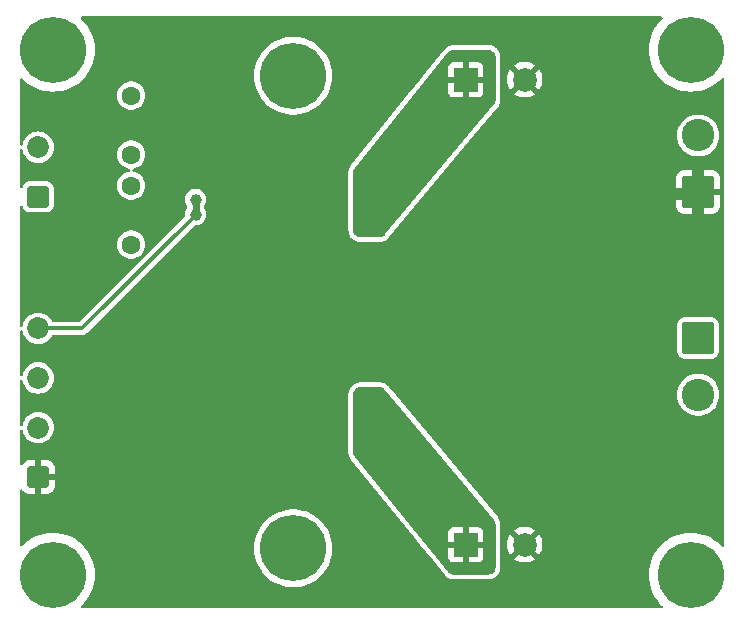
<source format=gbr>
%TF.GenerationSoftware,KiCad,Pcbnew,7.0.11+dfsg-1build4*%
%TF.CreationDate,2025-07-26T23:15:48+04:00*%
%TF.ProjectId,tpa3116_amplifier_board,74706133-3131-4365-9f61-6d706c696669,rev?*%
%TF.SameCoordinates,Original*%
%TF.FileFunction,Copper,L2,Bot*%
%TF.FilePolarity,Positive*%
%FSLAX46Y46*%
G04 Gerber Fmt 4.6, Leading zero omitted, Abs format (unit mm)*
G04 Created by KiCad (PCBNEW 7.0.11+dfsg-1build4) date 2025-07-26 23:15:48*
%MOMM*%
%LPD*%
G01*
G04 APERTURE LIST*
G04 Aperture macros list*
%AMRoundRect*
0 Rectangle with rounded corners*
0 $1 Rounding radius*
0 $2 $3 $4 $5 $6 $7 $8 $9 X,Y pos of 4 corners*
0 Add a 4 corners polygon primitive as box body*
4,1,4,$2,$3,$4,$5,$6,$7,$8,$9,$2,$3,0*
0 Add four circle primitives for the rounded corners*
1,1,$1+$1,$2,$3*
1,1,$1+$1,$4,$5*
1,1,$1+$1,$6,$7*
1,1,$1+$1,$8,$9*
0 Add four rect primitives between the rounded corners*
20,1,$1+$1,$2,$3,$4,$5,0*
20,1,$1+$1,$4,$5,$6,$7,0*
20,1,$1+$1,$6,$7,$8,$9,0*
20,1,$1+$1,$8,$9,$2,$3,0*%
G04 Aperture macros list end*
%TA.AperFunction,ComponentPad*%
%ADD10RoundRect,0.250000X0.675000X-0.675000X0.675000X0.675000X-0.675000X0.675000X-0.675000X-0.675000X0*%
%TD*%
%TA.AperFunction,ComponentPad*%
%ADD11C,1.850000*%
%TD*%
%TA.AperFunction,ComponentPad*%
%ADD12C,5.600000*%
%TD*%
%TA.AperFunction,ComponentPad*%
%ADD13C,1.600000*%
%TD*%
%TA.AperFunction,ComponentPad*%
%ADD14R,2.000000X2.000000*%
%TD*%
%TA.AperFunction,ComponentPad*%
%ADD15C,2.000000*%
%TD*%
%TA.AperFunction,ComponentPad*%
%ADD16RoundRect,0.269607X-1.105393X1.105393X-1.105393X-1.105393X1.105393X-1.105393X1.105393X1.105393X0*%
%TD*%
%TA.AperFunction,ComponentPad*%
%ADD17C,2.750000*%
%TD*%
%TA.AperFunction,ComponentPad*%
%ADD18RoundRect,0.269607X1.105393X-1.105393X1.105393X1.105393X-1.105393X1.105393X-1.105393X-1.105393X0*%
%TD*%
%TA.AperFunction,ViaPad*%
%ADD19C,0.800000*%
%TD*%
%TA.AperFunction,ViaPad*%
%ADD20C,1.000000*%
%TD*%
%TA.AperFunction,Conductor*%
%ADD21C,1.000000*%
%TD*%
%TA.AperFunction,Conductor*%
%ADD22C,0.600000*%
%TD*%
%TA.AperFunction,Conductor*%
%ADD23C,0.350000*%
%TD*%
G04 APERTURE END LIST*
D10*
%TO.P,J1,1,Pin_1*%
%TO.N,/R-*%
X102870000Y-110245000D03*
D11*
%TO.P,J1,2,Pin_2*%
%TO.N,/R+*%
X102870000Y-106045000D03*
%TD*%
D12*
%TO.P,H3,1*%
%TO.N,N/C*%
X158115000Y-142240000D03*
%TD*%
D13*
%TO.P,C2,1*%
%TO.N,/R-*%
X110744000Y-109300000D03*
%TO.P,C2,2*%
%TO.N,Net-(IC1-RINN)*%
X110744000Y-114300000D03*
%TD*%
D12*
%TO.P,H6,1*%
%TO.N,N/C*%
X124460000Y-140000000D03*
%TD*%
D14*
%TO.P,C12,1*%
%TO.N,VCC*%
X139065000Y-100330000D03*
D15*
%TO.P,C12,2*%
%TO.N,GND*%
X144065000Y-100330000D03*
%TD*%
D14*
%TO.P,C13,1*%
%TO.N,VCC*%
X139065000Y-139700000D03*
D15*
%TO.P,C13,2*%
%TO.N,GND*%
X144065000Y-139700000D03*
%TD*%
D13*
%TO.P,C1,1*%
%TO.N,/R+*%
X110744000Y-101680000D03*
%TO.P,C1,2*%
%TO.N,Net-(IC1-RINP)*%
X110744000Y-106680000D03*
%TD*%
D12*
%TO.P,H2,1*%
%TO.N,N/C*%
X104118000Y-142240000D03*
%TD*%
D16*
%TO.P,J4,1,Pin_1*%
%TO.N,Net-(J4-Pin_1)*%
X158750000Y-122200000D03*
D17*
%TO.P,J4,2,Pin_2*%
%TO.N,Net-(J4-Pin_2)*%
X158750000Y-127000000D03*
%TD*%
D18*
%TO.P,J3,1,Pin_1*%
%TO.N,GND*%
X158750000Y-109855000D03*
D17*
%TO.P,J3,2,Pin_2*%
%TO.N,VCC*%
X158750000Y-105055000D03*
%TD*%
D10*
%TO.P,J2,1,Pin_1*%
%TO.N,GND*%
X102870000Y-133985000D03*
D11*
%TO.P,J2,2,Pin_2*%
%TO.N,/sync*%
X102870000Y-129785000D03*
%TO.P,J2,3,Pin_3*%
%TO.N,/mute*%
X102870000Y-125585000D03*
%TO.P,J2,4,Pin_4*%
%TO.N,/SD_LR*%
X102870000Y-121385000D03*
%TD*%
D12*
%TO.P,H1,1*%
%TO.N,N/C*%
X104118000Y-97790000D03*
%TD*%
%TO.P,H5,1*%
%TO.N,N/C*%
X124460000Y-100000000D03*
%TD*%
%TO.P,H4,1*%
%TO.N,N/C*%
X158115000Y-97790000D03*
%TD*%
D19*
%TO.N,GND*%
X122533000Y-113665000D03*
X147320000Y-118110000D03*
X125730000Y-125095000D03*
X144780000Y-121920000D03*
X142240000Y-110490000D03*
X147320000Y-107950000D03*
X137030000Y-118110000D03*
X123190000Y-114935000D03*
X152400000Y-102870000D03*
X111760000Y-123825000D03*
X121263000Y-113665000D03*
X137030000Y-121920000D03*
X122533000Y-109855000D03*
X144780000Y-132080000D03*
X142240000Y-129540000D03*
X125730000Y-122555000D03*
X118110000Y-137795000D03*
X122533000Y-112395000D03*
X123190000Y-107315000D03*
X121263000Y-130175000D03*
X124460000Y-123825000D03*
X109220000Y-116840000D03*
X124460000Y-116205000D03*
X106680000Y-123825000D03*
X128270000Y-142875000D03*
X133350000Y-142875000D03*
X147320000Y-102870000D03*
X121263000Y-126365000D03*
X142240000Y-121920000D03*
X122533000Y-128905000D03*
X144780000Y-134620000D03*
X118110000Y-97155000D03*
X113030000Y-137795000D03*
X121263000Y-111125000D03*
X124460000Y-125095000D03*
X142240000Y-107950000D03*
X111760000Y-127635000D03*
X128270000Y-107315000D03*
X124460000Y-117475000D03*
X147320000Y-121920000D03*
X144780000Y-115570000D03*
X149860000Y-102870000D03*
X147320000Y-137160000D03*
X152400000Y-137160000D03*
X142240000Y-118110000D03*
X121263000Y-127635000D03*
X128270000Y-102235000D03*
X142240000Y-124460000D03*
X122533000Y-111125000D03*
X121263000Y-128905000D03*
X106680000Y-119380000D03*
X142240000Y-132080000D03*
X147320000Y-134620000D03*
X149860000Y-137160000D03*
X149860000Y-100330000D03*
X144780000Y-118110000D03*
X147320000Y-132080000D03*
X125730000Y-116205000D03*
X144780000Y-129540000D03*
X128270000Y-97155000D03*
X123190000Y-122555000D03*
X125730000Y-114935000D03*
X133350000Y-97155000D03*
X107950000Y-137795000D03*
X142240000Y-115570000D03*
X147320000Y-105410000D03*
X144780000Y-110490000D03*
X123190000Y-123825000D03*
X121263000Y-112395000D03*
X107950000Y-132715000D03*
X118110000Y-102235000D03*
X144780000Y-124460000D03*
X123190000Y-117475000D03*
X113030000Y-142875000D03*
X113030000Y-97155000D03*
X124460000Y-122555000D03*
X125730000Y-123825000D03*
X149860000Y-139700000D03*
X106680000Y-127635000D03*
X118110000Y-142875000D03*
X144780000Y-107950000D03*
X124460000Y-114935000D03*
X109220000Y-127635000D03*
X123190000Y-116205000D03*
X153035000Y-95885000D03*
X123190000Y-125095000D03*
X122533000Y-126365000D03*
X144780000Y-105410000D03*
X109220000Y-123825000D03*
X122533000Y-127635000D03*
X121263000Y-109855000D03*
X128270000Y-137795000D03*
X125730000Y-117475000D03*
X122555000Y-130175000D03*
%TO.N,VCC*%
X131445000Y-109220000D03*
X130175000Y-130810000D03*
X130197000Y-127000000D03*
X130175000Y-113030000D03*
X140970000Y-137795000D03*
X140970000Y-141605000D03*
X130197000Y-109220000D03*
X140970000Y-139065000D03*
X131467000Y-127000000D03*
X130175000Y-128270000D03*
X140970000Y-140335000D03*
X140970000Y-98425000D03*
X131445000Y-130810000D03*
X140970000Y-102235000D03*
X131467000Y-113030000D03*
X131445000Y-110490000D03*
X140970000Y-99695000D03*
X131445000Y-111760000D03*
X130175000Y-111760000D03*
X140970000Y-100965000D03*
X130197000Y-129540000D03*
X131445000Y-129540000D03*
X131445000Y-128270000D03*
X130175000Y-110490000D03*
D20*
%TO.N,/SD_LR*%
X116205000Y-110490000D03*
X116205000Y-111760000D03*
%TD*%
D21*
%TO.N,GND*%
X158750000Y-110015000D02*
X156845000Y-110015000D01*
X158750000Y-110015000D02*
X158750000Y-111760000D01*
X158750000Y-110015000D02*
X158750000Y-107950000D01*
D22*
%TO.N,/SD_LR*%
X116205000Y-110490000D02*
X116205000Y-111760000D01*
D23*
X116205000Y-111760000D02*
X106580000Y-121385000D01*
X106580000Y-121385000D02*
X102870000Y-121385000D01*
%TD*%
%TA.AperFunction,Conductor*%
%TO.N,GND*%
G36*
X155686011Y-94985185D02*
G01*
X155731766Y-95037989D01*
X155741710Y-95107147D01*
X155712685Y-95170703D01*
X155706653Y-95177181D01*
X155472846Y-95410987D01*
X155472839Y-95410995D01*
X155238641Y-95700205D01*
X155035959Y-96012309D01*
X154867006Y-96343896D01*
X154733641Y-96691321D01*
X154637319Y-97050799D01*
X154637319Y-97050801D01*
X154579104Y-97418360D01*
X154559627Y-97789999D01*
X154559627Y-97790000D01*
X154579104Y-98161639D01*
X154637319Y-98529198D01*
X154637319Y-98529200D01*
X154733641Y-98888678D01*
X154867006Y-99236103D01*
X155035959Y-99567691D01*
X155238641Y-99879794D01*
X155290500Y-99943834D01*
X155472843Y-100169009D01*
X155735991Y-100432157D01*
X155735995Y-100432160D01*
X156025205Y-100666358D01*
X156337308Y-100869040D01*
X156337313Y-100869043D01*
X156668900Y-101037995D01*
X157016329Y-101171361D01*
X157375796Y-101267680D01*
X157743362Y-101325896D01*
X158094444Y-101344295D01*
X158114999Y-101345373D01*
X158115000Y-101345373D01*
X158115001Y-101345373D01*
X158134478Y-101344352D01*
X158486638Y-101325896D01*
X158854204Y-101267680D01*
X159213671Y-101171361D01*
X159561100Y-101037995D01*
X159892687Y-100869043D01*
X160204796Y-100666357D01*
X160494009Y-100432157D01*
X160727819Y-100198347D01*
X160789142Y-100164862D01*
X160858834Y-100169846D01*
X160914767Y-100211718D01*
X160939184Y-100277182D01*
X160939500Y-100286028D01*
X160939500Y-139743972D01*
X160919815Y-139811011D01*
X160867011Y-139856766D01*
X160797853Y-139866710D01*
X160734297Y-139837685D01*
X160727819Y-139831653D01*
X160494012Y-139597846D01*
X160494004Y-139597839D01*
X160204794Y-139363641D01*
X159892691Y-139160959D01*
X159561103Y-138992006D01*
X159213678Y-138858641D01*
X159213671Y-138858639D01*
X158854204Y-138762320D01*
X158854200Y-138762319D01*
X158854199Y-138762319D01*
X158486639Y-138704104D01*
X158115001Y-138684627D01*
X158114999Y-138684627D01*
X157743360Y-138704104D01*
X157375801Y-138762319D01*
X157375799Y-138762319D01*
X157016321Y-138858641D01*
X156668896Y-138992006D01*
X156337309Y-139160959D01*
X156025205Y-139363641D01*
X155735995Y-139597839D01*
X155735987Y-139597846D01*
X155472846Y-139860987D01*
X155472839Y-139860995D01*
X155238641Y-140150205D01*
X155035959Y-140462309D01*
X154867006Y-140793896D01*
X154733641Y-141141321D01*
X154637319Y-141500799D01*
X154637319Y-141500801D01*
X154579104Y-141868360D01*
X154559627Y-142239999D01*
X154559627Y-142240000D01*
X154579104Y-142611639D01*
X154584368Y-142644875D01*
X154637320Y-142979204D01*
X154661805Y-143070585D01*
X154733641Y-143338678D01*
X154867006Y-143686103D01*
X155035959Y-144017691D01*
X155238641Y-144329794D01*
X155472839Y-144619004D01*
X155472846Y-144619012D01*
X155706653Y-144852819D01*
X155740138Y-144914142D01*
X155735154Y-144983834D01*
X155693282Y-145039767D01*
X155627818Y-145064184D01*
X155618972Y-145064500D01*
X106614028Y-145064500D01*
X106546989Y-145044815D01*
X106501234Y-144992011D01*
X106491290Y-144922853D01*
X106520315Y-144859297D01*
X106526347Y-144852819D01*
X106643138Y-144736028D01*
X106760157Y-144619009D01*
X106994357Y-144329796D01*
X107197043Y-144017687D01*
X107365995Y-143686100D01*
X107499361Y-143338671D01*
X107595680Y-142979204D01*
X107653896Y-142611638D01*
X107673373Y-142240000D01*
X107653896Y-141868362D01*
X107595680Y-141500796D01*
X107499361Y-141141329D01*
X107365995Y-140793900D01*
X107197043Y-140462314D01*
X107128902Y-140357385D01*
X106994358Y-140150205D01*
X106872726Y-140000002D01*
X121154652Y-140000002D01*
X121174028Y-140357368D01*
X121174029Y-140357385D01*
X121231926Y-140710539D01*
X121231932Y-140710565D01*
X121327672Y-141055392D01*
X121327674Y-141055399D01*
X121460142Y-141387870D01*
X121460151Y-141387888D01*
X121627784Y-141704077D01*
X121627787Y-141704082D01*
X121627789Y-141704085D01*
X121790002Y-141943332D01*
X121828634Y-142000309D01*
X121828641Y-142000319D01*
X122047198Y-142257624D01*
X122060332Y-142273086D01*
X122320163Y-142519211D01*
X122605081Y-142735800D01*
X122911747Y-142920315D01*
X122911749Y-142920316D01*
X122911751Y-142920317D01*
X122911755Y-142920319D01*
X123039034Y-142979204D01*
X123236565Y-143070591D01*
X123575726Y-143184868D01*
X123925254Y-143261805D01*
X124281052Y-143300500D01*
X124281058Y-143300500D01*
X124638942Y-143300500D01*
X124638948Y-143300500D01*
X124994746Y-143261805D01*
X125344274Y-143184868D01*
X125683435Y-143070591D01*
X126008253Y-142920315D01*
X126314919Y-142735800D01*
X126599837Y-142519211D01*
X126859668Y-142273086D01*
X127091365Y-142000311D01*
X127292211Y-141704085D01*
X127459853Y-141387880D01*
X127592324Y-141055403D01*
X127688071Y-140710552D01*
X127711133Y-140569882D01*
X127745970Y-140357385D01*
X127745970Y-140357382D01*
X127745972Y-140357371D01*
X127765348Y-140000000D01*
X127745972Y-139642629D01*
X127738630Y-139597846D01*
X127688073Y-139289460D01*
X127688072Y-139289459D01*
X127688071Y-139289448D01*
X127603162Y-138983632D01*
X127592327Y-138944607D01*
X127592325Y-138944600D01*
X127459857Y-138612129D01*
X127459848Y-138612111D01*
X127292215Y-138295922D01*
X127292213Y-138295919D01*
X127292211Y-138295915D01*
X127091365Y-137999689D01*
X127091361Y-137999684D01*
X127091358Y-137999680D01*
X126859668Y-137726914D01*
X126859643Y-137726890D01*
X126599837Y-137480789D01*
X126599830Y-137480783D01*
X126599827Y-137480781D01*
X126498711Y-137403915D01*
X126314919Y-137264200D01*
X126008253Y-137079685D01*
X126008252Y-137079684D01*
X126008248Y-137079682D01*
X126008244Y-137079680D01*
X125683447Y-136929414D01*
X125683441Y-136929411D01*
X125683435Y-136929409D01*
X125513854Y-136872270D01*
X125344273Y-136815131D01*
X124994744Y-136738194D01*
X124638949Y-136699500D01*
X124638948Y-136699500D01*
X124281052Y-136699500D01*
X124281050Y-136699500D01*
X123925255Y-136738194D01*
X123575726Y-136815131D01*
X123319970Y-136901306D01*
X123236565Y-136929409D01*
X123236563Y-136929410D01*
X123236552Y-136929414D01*
X122911755Y-137079680D01*
X122911751Y-137079682D01*
X122683367Y-137217096D01*
X122605081Y-137264200D01*
X122516768Y-137331333D01*
X122320172Y-137480781D01*
X122320163Y-137480789D01*
X122060331Y-137726914D01*
X121828641Y-137999680D01*
X121828634Y-137999690D01*
X121627790Y-138295913D01*
X121627784Y-138295922D01*
X121460151Y-138612111D01*
X121460142Y-138612129D01*
X121327674Y-138944600D01*
X121327672Y-138944607D01*
X121231932Y-139289434D01*
X121231926Y-139289460D01*
X121174029Y-139642614D01*
X121174028Y-139642627D01*
X121174028Y-139642629D01*
X121170917Y-139700001D01*
X121154652Y-139999997D01*
X121154652Y-140000002D01*
X106872726Y-140000002D01*
X106760160Y-139860995D01*
X106760157Y-139860991D01*
X106497009Y-139597843D01*
X106364027Y-139490156D01*
X106207794Y-139363641D01*
X105895691Y-139160959D01*
X105564103Y-138992006D01*
X105216678Y-138858641D01*
X105216671Y-138858639D01*
X104857204Y-138762320D01*
X104857200Y-138762319D01*
X104857199Y-138762319D01*
X104489639Y-138704104D01*
X104118001Y-138684627D01*
X104117999Y-138684627D01*
X103746360Y-138704104D01*
X103378801Y-138762319D01*
X103378799Y-138762319D01*
X103019321Y-138858641D01*
X102671896Y-138992006D01*
X102340309Y-139160959D01*
X102028205Y-139363641D01*
X101738995Y-139597839D01*
X101738987Y-139597846D01*
X101527181Y-139809653D01*
X101465858Y-139843138D01*
X101396166Y-139838154D01*
X101340233Y-139796282D01*
X101315816Y-139730818D01*
X101315500Y-139721972D01*
X101315500Y-135099984D01*
X101335185Y-135032945D01*
X101387989Y-134987190D01*
X101457147Y-134977246D01*
X101520703Y-135006271D01*
X101545039Y-135034887D01*
X101602684Y-135128345D01*
X101726654Y-135252315D01*
X101875875Y-135344356D01*
X101875880Y-135344358D01*
X102042302Y-135399505D01*
X102042309Y-135399506D01*
X102145019Y-135409999D01*
X102619999Y-135409999D01*
X102620000Y-135409998D01*
X102620000Y-134334607D01*
X102737031Y-134394238D01*
X102836549Y-134410000D01*
X102903451Y-134410000D01*
X103002969Y-134394238D01*
X103120000Y-134334607D01*
X103120000Y-135409999D01*
X103594972Y-135409999D01*
X103594986Y-135409998D01*
X103697697Y-135399505D01*
X103864119Y-135344358D01*
X103864124Y-135344356D01*
X104013345Y-135252315D01*
X104137315Y-135128345D01*
X104229356Y-134979124D01*
X104229358Y-134979119D01*
X104284505Y-134812697D01*
X104284506Y-134812690D01*
X104294999Y-134709986D01*
X104295000Y-134709973D01*
X104295000Y-134235000D01*
X103219607Y-134235000D01*
X103279238Y-134117969D01*
X103300298Y-133985000D01*
X103279238Y-133852031D01*
X103219607Y-133735000D01*
X104294999Y-133735000D01*
X104294999Y-133260028D01*
X104294998Y-133260013D01*
X104284505Y-133157302D01*
X104229358Y-132990880D01*
X104229356Y-132990875D01*
X104137315Y-132841654D01*
X104013345Y-132717684D01*
X103864124Y-132625643D01*
X103864119Y-132625641D01*
X103697697Y-132570494D01*
X103697690Y-132570493D01*
X103594986Y-132560000D01*
X103120000Y-132560000D01*
X103120000Y-133635392D01*
X103002969Y-133575762D01*
X102903451Y-133560000D01*
X102836549Y-133560000D01*
X102737031Y-133575762D01*
X102620000Y-133635392D01*
X102620000Y-132560000D01*
X102145028Y-132560000D01*
X102145012Y-132560001D01*
X102042302Y-132570494D01*
X101875880Y-132625641D01*
X101875875Y-132625643D01*
X101726654Y-132717684D01*
X101602683Y-132841655D01*
X101602680Y-132841659D01*
X101545038Y-132935112D01*
X101493090Y-132981837D01*
X101424128Y-132993058D01*
X101360046Y-132965215D01*
X101321190Y-132907146D01*
X101315500Y-132870015D01*
X101315500Y-131849262D01*
X129134500Y-131849262D01*
X129135156Y-131872326D01*
X129135955Y-131886357D01*
X129137922Y-131909372D01*
X129151735Y-132030317D01*
X129151738Y-132030336D01*
X129159558Y-132075736D01*
X129159561Y-132075749D01*
X129165898Y-132103134D01*
X129178829Y-132147387D01*
X129217198Y-132255456D01*
X129217199Y-132255459D01*
X129235054Y-132297925D01*
X129235055Y-132297926D01*
X129235058Y-132297933D01*
X129247414Y-132323197D01*
X129269984Y-132363383D01*
X129335555Y-132466000D01*
X129348513Y-132485062D01*
X129348521Y-132485073D01*
X129356742Y-132496459D01*
X129370800Y-132514802D01*
X134676181Y-139044500D01*
X134676182Y-139044500D01*
X135219814Y-139713585D01*
X135741370Y-140355500D01*
X136267899Y-141003537D01*
X136267905Y-141003543D01*
X136267910Y-141003549D01*
X137286846Y-142257624D01*
X137301513Y-142274686D01*
X137310772Y-142284871D01*
X137326382Y-142301113D01*
X137411147Y-142384537D01*
X137411154Y-142384543D01*
X137411160Y-142384549D01*
X137444920Y-142414272D01*
X137444952Y-142414298D01*
X137466503Y-142431245D01*
X137466540Y-142431273D01*
X137503421Y-142457095D01*
X137598568Y-142516126D01*
X137598572Y-142516128D01*
X137598575Y-142516130D01*
X137638083Y-142537702D01*
X137662902Y-142549515D01*
X137704554Y-142566573D01*
X137810387Y-142603200D01*
X137853678Y-142615538D01*
X137880489Y-142621593D01*
X137924874Y-142629057D01*
X138043067Y-142642238D01*
X138043075Y-142642238D01*
X138043078Y-142642239D01*
X138045840Y-142642469D01*
X138065502Y-142644111D01*
X138079245Y-142644875D01*
X138094719Y-142645304D01*
X138101748Y-142645500D01*
X138101753Y-142645500D01*
X140966859Y-142645500D01*
X140966874Y-142645500D01*
X140993403Y-142644631D01*
X141009586Y-142643570D01*
X141035988Y-142640970D01*
X141174801Y-142622694D01*
X141226825Y-142612345D01*
X141258091Y-142603967D01*
X141308313Y-142586919D01*
X141430092Y-142536477D01*
X141477665Y-142513016D01*
X141505700Y-142496830D01*
X141549804Y-142467361D01*
X141654379Y-142387117D01*
X141694257Y-142352145D01*
X141717145Y-142329257D01*
X141752117Y-142289379D01*
X141832361Y-142184804D01*
X141861830Y-142140700D01*
X141878016Y-142112665D01*
X141901477Y-142065092D01*
X141951919Y-141943313D01*
X141968967Y-141893091D01*
X141977345Y-141861825D01*
X141987693Y-141809802D01*
X142005969Y-141670991D01*
X142008571Y-141644583D01*
X142009632Y-141628397D01*
X142010500Y-141601873D01*
X142010500Y-139700005D01*
X142559859Y-139700005D01*
X142580385Y-139947729D01*
X142580387Y-139947738D01*
X142641412Y-140188717D01*
X142741266Y-140416364D01*
X142841564Y-140569882D01*
X143581923Y-139829523D01*
X143605507Y-139909844D01*
X143683239Y-140030798D01*
X143791900Y-140124952D01*
X143922685Y-140184680D01*
X143932466Y-140186086D01*
X143194942Y-140923609D01*
X143241768Y-140960055D01*
X143241770Y-140960056D01*
X143460385Y-141078364D01*
X143460396Y-141078369D01*
X143695506Y-141159083D01*
X143940707Y-141200000D01*
X144189293Y-141200000D01*
X144434493Y-141159083D01*
X144669603Y-141078369D01*
X144669614Y-141078364D01*
X144888228Y-140960057D01*
X144888231Y-140960055D01*
X144935056Y-140923609D01*
X144197533Y-140186086D01*
X144207315Y-140184680D01*
X144338100Y-140124952D01*
X144446761Y-140030798D01*
X144524493Y-139909844D01*
X144548076Y-139829524D01*
X145288434Y-140569882D01*
X145388731Y-140416369D01*
X145488587Y-140188717D01*
X145549612Y-139947738D01*
X145549614Y-139947729D01*
X145570141Y-139700005D01*
X145570141Y-139699994D01*
X145549614Y-139452270D01*
X145549612Y-139452261D01*
X145488587Y-139211282D01*
X145388731Y-138983630D01*
X145288434Y-138830116D01*
X144548076Y-139570475D01*
X144524493Y-139490156D01*
X144446761Y-139369202D01*
X144338100Y-139275048D01*
X144207315Y-139215320D01*
X144197534Y-139213913D01*
X144935057Y-138476390D01*
X144935056Y-138476389D01*
X144888229Y-138439943D01*
X144669614Y-138321635D01*
X144669603Y-138321630D01*
X144434493Y-138240916D01*
X144189293Y-138200000D01*
X143940707Y-138200000D01*
X143695506Y-138240916D01*
X143460396Y-138321630D01*
X143460390Y-138321632D01*
X143241761Y-138439949D01*
X143194942Y-138476388D01*
X143194942Y-138476390D01*
X143932466Y-139213913D01*
X143922685Y-139215320D01*
X143791900Y-139275048D01*
X143683239Y-139369202D01*
X143605507Y-139490156D01*
X143581923Y-139570475D01*
X142841564Y-138830116D01*
X142741267Y-138983632D01*
X142641412Y-139211282D01*
X142580387Y-139452261D01*
X142580385Y-139452270D01*
X142559859Y-139699994D01*
X142559859Y-139700005D01*
X142010500Y-139700005D01*
X142010500Y-138030281D01*
X142009821Y-138006827D01*
X142008991Y-137992501D01*
X142006955Y-137969106D01*
X141992633Y-137845972D01*
X141984523Y-137799750D01*
X141977947Y-137771864D01*
X141964553Y-137726894D01*
X141924817Y-137617140D01*
X141906311Y-137574006D01*
X141893509Y-137548372D01*
X141893495Y-137548347D01*
X141870163Y-137507696D01*
X141870157Y-137507687D01*
X141870152Y-137507678D01*
X141802330Y-137403923D01*
X141788929Y-137384663D01*
X141780396Y-137373126D01*
X141765893Y-137354660D01*
X133137012Y-127000004D01*
X156969521Y-127000004D01*
X156989405Y-127265357D01*
X156989405Y-127265359D01*
X156989407Y-127265367D01*
X157048623Y-127524805D01*
X157145844Y-127772521D01*
X157278899Y-128002980D01*
X157412906Y-128171018D01*
X157444820Y-128211037D01*
X157559332Y-128317288D01*
X157639890Y-128392035D01*
X157859761Y-128541940D01*
X158099514Y-128657399D01*
X158099515Y-128657399D01*
X158099518Y-128657401D01*
X158353806Y-128735839D01*
X158353807Y-128735839D01*
X158353810Y-128735840D01*
X158616937Y-128775499D01*
X158616942Y-128775499D01*
X158616945Y-128775500D01*
X158616946Y-128775500D01*
X158883054Y-128775500D01*
X158883055Y-128775500D01*
X158883062Y-128775499D01*
X159146189Y-128735840D01*
X159146190Y-128735839D01*
X159146194Y-128735839D01*
X159400482Y-128657401D01*
X159640240Y-128541940D01*
X159860110Y-128392035D01*
X160055183Y-128211033D01*
X160221101Y-128002980D01*
X160354156Y-127772521D01*
X160451377Y-127524805D01*
X160510593Y-127265367D01*
X160530479Y-127000000D01*
X160528725Y-126976599D01*
X160510594Y-126734642D01*
X160510594Y-126734640D01*
X160510593Y-126734636D01*
X160510593Y-126734633D01*
X160451377Y-126475195D01*
X160354156Y-126227479D01*
X160221101Y-125997020D01*
X160055183Y-125788967D01*
X160055182Y-125788966D01*
X160055179Y-125788962D01*
X159860110Y-125607965D01*
X159826428Y-125585001D01*
X159640240Y-125458060D01*
X159640236Y-125458058D01*
X159640233Y-125458056D01*
X159640232Y-125458055D01*
X159400484Y-125342600D01*
X159400486Y-125342600D01*
X159146195Y-125264161D01*
X159146189Y-125264159D01*
X158883062Y-125224500D01*
X158883055Y-125224500D01*
X158616945Y-125224500D01*
X158616937Y-125224500D01*
X158353810Y-125264159D01*
X158353804Y-125264161D01*
X158099514Y-125342600D01*
X157859769Y-125458055D01*
X157859760Y-125458060D01*
X157639892Y-125607963D01*
X157444820Y-125788962D01*
X157278899Y-125997020D01*
X157145844Y-126227478D01*
X157048625Y-126475189D01*
X157048620Y-126475206D01*
X156989405Y-126734640D01*
X156989405Y-126734642D01*
X156969521Y-126999995D01*
X156969521Y-127000004D01*
X133137012Y-127000004D01*
X132586223Y-126339057D01*
X132566451Y-126317020D01*
X132566450Y-126317019D01*
X132566442Y-126317010D01*
X132553884Y-126304001D01*
X132532584Y-126283488D01*
X132416329Y-126179440D01*
X132416306Y-126179421D01*
X132369511Y-126143323D01*
X132369504Y-126143318D01*
X132369502Y-126143316D01*
X132369496Y-126143312D01*
X132339397Y-126123416D01*
X132339393Y-126123414D01*
X132339382Y-126123407D01*
X132287795Y-126094480D01*
X132287782Y-126094473D01*
X132154802Y-126032189D01*
X132154798Y-126032187D01*
X132154797Y-126032187D01*
X132099536Y-126011070D01*
X132078009Y-126004599D01*
X132064986Y-126000684D01*
X132007254Y-125987833D01*
X131997619Y-125986416D01*
X131852887Y-125965133D01*
X131838408Y-125963541D01*
X131823455Y-125961898D01*
X131805404Y-125960578D01*
X131775864Y-125959500D01*
X131775852Y-125959500D01*
X130178126Y-125959500D01*
X130155137Y-125960252D01*
X130151599Y-125960368D01*
X130135415Y-125961429D01*
X130108998Y-125964031D01*
X129970206Y-125982304D01*
X129918177Y-125992653D01*
X129918175Y-125992653D01*
X129886916Y-126001029D01*
X129886902Y-126001033D01*
X129836688Y-126018079D01*
X129836666Y-126018087D01*
X129714923Y-126068514D01*
X129714908Y-126068521D01*
X129667321Y-126091989D01*
X129639305Y-126108164D01*
X129595187Y-126137642D01*
X129490626Y-126217876D01*
X129450737Y-126252858D01*
X129427858Y-126275737D01*
X129392876Y-126315626D01*
X129312642Y-126420187D01*
X129283164Y-126464305D01*
X129266989Y-126492321D01*
X129243521Y-126539908D01*
X129243514Y-126539923D01*
X129193087Y-126661666D01*
X129193079Y-126661688D01*
X129176033Y-126711902D01*
X129176029Y-126711916D01*
X129167653Y-126743175D01*
X129167653Y-126743177D01*
X129157304Y-126795206D01*
X129139031Y-126933998D01*
X129139030Y-126934012D01*
X129136429Y-126960416D01*
X129135368Y-126976601D01*
X129134603Y-127000004D01*
X129134500Y-127003138D01*
X129134500Y-131849262D01*
X101315500Y-131849262D01*
X101315500Y-130046739D01*
X101335185Y-129979700D01*
X101387989Y-129933945D01*
X101457147Y-129924001D01*
X101520703Y-129953026D01*
X101558477Y-130011804D01*
X101559275Y-130014645D01*
X101559650Y-130016044D01*
X101559651Y-130016050D01*
X101567874Y-130046739D01*
X101619678Y-130240074D01*
X101619679Y-130240076D01*
X101619680Y-130240079D01*
X101717699Y-130450282D01*
X101850730Y-130640269D01*
X102014731Y-130804270D01*
X102204718Y-130937301D01*
X102414921Y-131035320D01*
X102638950Y-131095349D01*
X102803985Y-131109787D01*
X102869998Y-131115563D01*
X102870000Y-131115563D01*
X102870002Y-131115563D01*
X102927762Y-131110509D01*
X103101050Y-131095349D01*
X103325079Y-131035320D01*
X103535282Y-130937301D01*
X103725269Y-130804270D01*
X103889270Y-130640269D01*
X104022301Y-130450282D01*
X104120320Y-130240079D01*
X104180349Y-130016050D01*
X104200563Y-129785000D01*
X104180349Y-129553950D01*
X104120320Y-129329921D01*
X104022301Y-129119719D01*
X104022299Y-129119716D01*
X104022298Y-129119714D01*
X103889273Y-128929735D01*
X103889268Y-128929729D01*
X103725269Y-128765730D01*
X103682579Y-128735838D01*
X103535282Y-128632699D01*
X103325079Y-128534680D01*
X103325076Y-128534679D01*
X103325074Y-128534678D01*
X103101051Y-128474651D01*
X103101044Y-128474650D01*
X102870002Y-128454437D01*
X102869998Y-128454437D01*
X102638955Y-128474650D01*
X102638948Y-128474651D01*
X102414917Y-128534681D01*
X102204718Y-128632699D01*
X102204714Y-128632701D01*
X102014735Y-128765726D01*
X102014729Y-128765731D01*
X101850731Y-128929729D01*
X101850726Y-128929735D01*
X101717701Y-129119714D01*
X101717699Y-129119718D01*
X101619681Y-129329917D01*
X101619680Y-129329921D01*
X101567875Y-129523260D01*
X101559275Y-129555354D01*
X101522909Y-129615014D01*
X101460062Y-129645543D01*
X101390687Y-129637248D01*
X101336809Y-129592762D01*
X101315535Y-129526210D01*
X101315500Y-129523260D01*
X101315500Y-125846739D01*
X101335185Y-125779700D01*
X101387989Y-125733945D01*
X101457147Y-125724001D01*
X101520703Y-125753026D01*
X101558477Y-125811804D01*
X101559275Y-125814645D01*
X101559650Y-125816044D01*
X101559651Y-125816050D01*
X101567874Y-125846739D01*
X101619678Y-126040074D01*
X101619679Y-126040076D01*
X101619680Y-126040079D01*
X101717699Y-126250282D01*
X101850730Y-126440269D01*
X102014731Y-126604270D01*
X102204718Y-126737301D01*
X102414921Y-126835320D01*
X102638950Y-126895349D01*
X102803985Y-126909787D01*
X102869998Y-126915563D01*
X102870000Y-126915563D01*
X102870002Y-126915563D01*
X102927762Y-126910509D01*
X103101050Y-126895349D01*
X103325079Y-126835320D01*
X103535282Y-126737301D01*
X103725269Y-126604270D01*
X103889270Y-126440269D01*
X104022301Y-126250282D01*
X104120320Y-126040079D01*
X104180349Y-125816050D01*
X104200563Y-125585000D01*
X104180349Y-125353950D01*
X104120320Y-125129921D01*
X104022301Y-124919719D01*
X104022299Y-124919716D01*
X104022298Y-124919714D01*
X103889273Y-124729735D01*
X103889268Y-124729729D01*
X103725269Y-124565730D01*
X103725263Y-124565726D01*
X103535282Y-124432699D01*
X103325079Y-124334680D01*
X103325076Y-124334679D01*
X103325074Y-124334678D01*
X103101051Y-124274651D01*
X103101044Y-124274650D01*
X102870002Y-124254437D01*
X102869998Y-124254437D01*
X102638955Y-124274650D01*
X102638948Y-124274651D01*
X102414917Y-124334681D01*
X102204718Y-124432699D01*
X102204714Y-124432701D01*
X102014735Y-124565726D01*
X102014729Y-124565731D01*
X101850731Y-124729729D01*
X101850726Y-124729735D01*
X101717701Y-124919714D01*
X101717699Y-124919718D01*
X101619681Y-125129917D01*
X101619680Y-125129921D01*
X101567875Y-125323260D01*
X101559275Y-125355354D01*
X101522909Y-125415014D01*
X101460062Y-125445543D01*
X101390687Y-125437248D01*
X101336809Y-125392762D01*
X101315535Y-125326210D01*
X101315500Y-125323260D01*
X101315500Y-123359564D01*
X156974500Y-123359564D01*
X156980633Y-123427065D01*
X156980635Y-123427073D01*
X157029047Y-123582431D01*
X157029048Y-123582434D01*
X157113235Y-123721696D01*
X157113237Y-123721699D01*
X157228300Y-123836762D01*
X157228302Y-123836763D01*
X157228304Y-123836765D01*
X157367566Y-123920952D01*
X157522930Y-123969365D01*
X157590443Y-123975500D01*
X159909556Y-123975499D01*
X159909563Y-123975499D01*
X159977065Y-123969366D01*
X159977068Y-123969365D01*
X159977070Y-123969365D01*
X160132434Y-123920952D01*
X160271696Y-123836765D01*
X160386765Y-123721696D01*
X160470952Y-123582434D01*
X160519365Y-123427070D01*
X160525500Y-123359557D01*
X160525499Y-121040444D01*
X160525499Y-121040443D01*
X160525499Y-121040435D01*
X160519366Y-120972934D01*
X160519364Y-120972926D01*
X160505645Y-120928901D01*
X160470952Y-120817566D01*
X160386765Y-120678304D01*
X160386763Y-120678302D01*
X160386762Y-120678300D01*
X160271699Y-120563237D01*
X160132434Y-120479048D01*
X160132431Y-120479047D01*
X159977070Y-120430635D01*
X159977068Y-120430634D01*
X159977066Y-120430634D01*
X159929798Y-120426339D01*
X159909557Y-120424500D01*
X159909554Y-120424500D01*
X157590435Y-120424500D01*
X157522934Y-120430633D01*
X157522926Y-120430635D01*
X157367568Y-120479047D01*
X157228300Y-120563237D01*
X157113237Y-120678300D01*
X157029048Y-120817565D01*
X156980634Y-120972933D01*
X156974500Y-121040445D01*
X156974500Y-123359564D01*
X101315500Y-123359564D01*
X101315500Y-121646739D01*
X101335185Y-121579700D01*
X101387989Y-121533945D01*
X101457147Y-121524001D01*
X101520703Y-121553026D01*
X101558477Y-121611804D01*
X101559275Y-121614645D01*
X101619678Y-121840074D01*
X101619679Y-121840076D01*
X101619680Y-121840079D01*
X101717699Y-122050282D01*
X101850730Y-122240269D01*
X102014731Y-122404270D01*
X102204718Y-122537301D01*
X102414921Y-122635320D01*
X102638950Y-122695349D01*
X102803985Y-122709787D01*
X102869998Y-122715563D01*
X102870000Y-122715563D01*
X102870002Y-122715563D01*
X102927762Y-122710509D01*
X103101050Y-122695349D01*
X103325079Y-122635320D01*
X103535282Y-122537301D01*
X103725269Y-122404270D01*
X103889270Y-122240269D01*
X104022301Y-122050282D01*
X104030783Y-122032093D01*
X104076956Y-121979655D01*
X104143164Y-121960500D01*
X106534160Y-121960500D01*
X106550345Y-121961561D01*
X106579999Y-121965465D01*
X106580000Y-121965465D01*
X106617714Y-121960500D01*
X106617720Y-121960500D01*
X106730236Y-121945687D01*
X106870233Y-121887698D01*
X106897300Y-121866928D01*
X106918070Y-121850992D01*
X106918070Y-121850990D01*
X106960268Y-121818612D01*
X106960268Y-121818611D01*
X106968358Y-121812404D01*
X106968362Y-121812399D01*
X106990451Y-121795451D01*
X107008670Y-121771706D01*
X107019351Y-121759527D01*
X115752020Y-113026860D01*
X129134500Y-113026860D01*
X129135368Y-113053399D01*
X129136429Y-113069583D01*
X129139031Y-113096000D01*
X129157304Y-113234792D01*
X129167653Y-113286821D01*
X129167653Y-113286823D01*
X129176029Y-113318082D01*
X129176033Y-113318096D01*
X129193079Y-113368310D01*
X129193087Y-113368332D01*
X129243514Y-113490075D01*
X129243521Y-113490090D01*
X129266989Y-113537677D01*
X129283164Y-113565693D01*
X129312642Y-113609811D01*
X129392876Y-113714372D01*
X129392881Y-113714377D01*
X129392882Y-113714379D01*
X129427854Y-113754257D01*
X129450742Y-113777145D01*
X129490620Y-113812117D01*
X129490626Y-113812122D01*
X129595187Y-113892356D01*
X129639305Y-113921834D01*
X129667322Y-113938009D01*
X129667321Y-113938009D01*
X129667327Y-113938011D01*
X129667334Y-113938016D01*
X129714907Y-113961477D01*
X129714915Y-113961480D01*
X129714923Y-113961484D01*
X129836666Y-114011911D01*
X129836671Y-114011913D01*
X129836686Y-114011919D01*
X129857352Y-114018934D01*
X129886892Y-114028962D01*
X129886898Y-114028963D01*
X129886908Y-114028967D01*
X129912919Y-114035936D01*
X129918166Y-114037343D01*
X129918168Y-114037343D01*
X129918174Y-114037345D01*
X129970198Y-114047694D01*
X130109011Y-114065970D01*
X130135415Y-114068570D01*
X130135429Y-114068570D01*
X130135430Y-114068571D01*
X130151567Y-114069629D01*
X130151569Y-114069629D01*
X130151599Y-114069631D01*
X130178126Y-114070500D01*
X130178140Y-114070500D01*
X131775839Y-114070500D01*
X131775852Y-114070500D01*
X131805420Y-114069421D01*
X131805434Y-114069420D01*
X131823463Y-114068102D01*
X131852902Y-114064865D01*
X132007239Y-114042168D01*
X132007241Y-114042167D01*
X132007251Y-114042166D01*
X132064994Y-114029313D01*
X132066162Y-114028962D01*
X132099520Y-114018934D01*
X132099526Y-114018931D01*
X132099549Y-114018925D01*
X132154804Y-113997809D01*
X132255359Y-113950710D01*
X132287778Y-113935527D01*
X132287780Y-113935525D01*
X132287786Y-113935523D01*
X132339391Y-113906586D01*
X132369491Y-113886690D01*
X132416321Y-113850566D01*
X132506019Y-113770284D01*
X132532584Y-113746510D01*
X132553884Y-113725997D01*
X132553888Y-113725993D01*
X132566451Y-113712979D01*
X132586223Y-113690942D01*
X135991175Y-109605000D01*
X156875000Y-109605000D01*
X158016403Y-109605000D01*
X157989650Y-109681455D01*
X157970096Y-109855000D01*
X157989650Y-110028545D01*
X158016403Y-110105000D01*
X156875001Y-110105000D01*
X156875001Y-111003620D01*
X156889547Y-111132727D01*
X156946826Y-111296424D01*
X157039096Y-111443272D01*
X157161727Y-111565903D01*
X157308575Y-111658173D01*
X157472271Y-111715452D01*
X157472274Y-111715453D01*
X157601381Y-111729999D01*
X158499999Y-111729999D01*
X158500000Y-111729998D01*
X158500000Y-110588597D01*
X158576455Y-110615350D01*
X158706476Y-110630000D01*
X158793524Y-110630000D01*
X158923545Y-110615350D01*
X159000000Y-110588597D01*
X159000000Y-111729999D01*
X159898617Y-111729999D01*
X159898620Y-111729998D01*
X160027727Y-111715452D01*
X160191424Y-111658173D01*
X160338272Y-111565903D01*
X160460903Y-111443272D01*
X160553173Y-111296424D01*
X160610452Y-111132728D01*
X160610453Y-111132725D01*
X160624999Y-111003619D01*
X160625000Y-111003619D01*
X160625000Y-110105000D01*
X159483597Y-110105000D01*
X159510350Y-110028545D01*
X159529904Y-109855000D01*
X159510350Y-109681455D01*
X159483597Y-109605000D01*
X160624999Y-109605000D01*
X160624999Y-108706383D01*
X160624998Y-108706379D01*
X160610452Y-108577272D01*
X160553173Y-108413575D01*
X160460903Y-108266727D01*
X160338272Y-108144096D01*
X160191424Y-108051826D01*
X160027728Y-107994547D01*
X160027725Y-107994546D01*
X159898619Y-107980000D01*
X159000000Y-107980000D01*
X159000000Y-109121402D01*
X158923545Y-109094650D01*
X158793524Y-109080000D01*
X158706476Y-109080000D01*
X158576455Y-109094650D01*
X158500000Y-109121402D01*
X158500000Y-107980000D01*
X157601383Y-107980000D01*
X157601379Y-107980001D01*
X157472272Y-107994547D01*
X157308575Y-108051826D01*
X157161727Y-108144096D01*
X157039096Y-108266727D01*
X156946826Y-108413575D01*
X156889547Y-108577271D01*
X156889546Y-108577274D01*
X156875000Y-108706380D01*
X156875000Y-109605000D01*
X135991175Y-109605000D01*
X139782839Y-105055004D01*
X156969521Y-105055004D01*
X156989405Y-105320357D01*
X156989405Y-105320359D01*
X157025728Y-105479500D01*
X157048623Y-105579805D01*
X157145844Y-105827521D01*
X157278899Y-106057980D01*
X157379398Y-106184001D01*
X157444820Y-106266037D01*
X157488687Y-106306739D01*
X157639890Y-106447035D01*
X157859761Y-106596940D01*
X158099514Y-106712399D01*
X158099515Y-106712399D01*
X158099518Y-106712401D01*
X158353806Y-106790839D01*
X158353807Y-106790839D01*
X158353810Y-106790840D01*
X158616937Y-106830499D01*
X158616942Y-106830499D01*
X158616945Y-106830500D01*
X158616946Y-106830500D01*
X158883054Y-106830500D01*
X158883055Y-106830500D01*
X158883062Y-106830499D01*
X159146189Y-106790840D01*
X159146190Y-106790839D01*
X159146194Y-106790839D01*
X159400482Y-106712401D01*
X159640240Y-106596940D01*
X159860110Y-106447035D01*
X160044386Y-106276051D01*
X160055179Y-106266037D01*
X160055179Y-106266035D01*
X160055183Y-106266033D01*
X160221101Y-106057980D01*
X160354156Y-105827521D01*
X160451377Y-105579805D01*
X160510593Y-105320367D01*
X160510594Y-105320357D01*
X160530479Y-105055004D01*
X160530479Y-105054995D01*
X160510594Y-104789642D01*
X160510594Y-104789640D01*
X160510593Y-104789636D01*
X160510593Y-104789633D01*
X160451377Y-104530195D01*
X160354156Y-104282479D01*
X160221101Y-104052020D01*
X160055183Y-103843967D01*
X160055182Y-103843966D01*
X160055179Y-103843962D01*
X159860110Y-103662965D01*
X159860107Y-103662963D01*
X159640240Y-103513060D01*
X159640236Y-103513058D01*
X159640233Y-103513056D01*
X159640232Y-103513055D01*
X159400484Y-103397600D01*
X159400486Y-103397600D01*
X159146195Y-103319161D01*
X159146189Y-103319159D01*
X158883062Y-103279500D01*
X158883055Y-103279500D01*
X158616945Y-103279500D01*
X158616937Y-103279500D01*
X158353810Y-103319159D01*
X158353804Y-103319161D01*
X158099514Y-103397600D01*
X157859769Y-103513055D01*
X157859760Y-103513060D01*
X157639892Y-103662963D01*
X157444820Y-103843962D01*
X157278899Y-104052020D01*
X157145844Y-104282478D01*
X157048625Y-104530189D01*
X157048620Y-104530206D01*
X156989405Y-104789640D01*
X156989405Y-104789642D01*
X156969521Y-105054995D01*
X156969521Y-105055004D01*
X139782839Y-105055004D01*
X141765893Y-102675339D01*
X141780396Y-102656873D01*
X141788929Y-102645336D01*
X141802330Y-102626076D01*
X141870152Y-102522321D01*
X141893509Y-102481627D01*
X141906311Y-102455993D01*
X141924817Y-102412859D01*
X141964553Y-102303105D01*
X141977947Y-102258135D01*
X141984523Y-102230249D01*
X141992633Y-102184027D01*
X142006955Y-102060893D01*
X142008991Y-102037498D01*
X142009821Y-102023172D01*
X142010500Y-101999718D01*
X142010500Y-100330005D01*
X142559859Y-100330005D01*
X142580385Y-100577729D01*
X142580387Y-100577738D01*
X142641412Y-100818717D01*
X142741266Y-101046364D01*
X142841564Y-101199882D01*
X143581923Y-100459523D01*
X143605507Y-100539844D01*
X143683239Y-100660798D01*
X143791900Y-100754952D01*
X143922685Y-100814680D01*
X143932466Y-100816086D01*
X143194942Y-101553609D01*
X143241768Y-101590055D01*
X143241770Y-101590056D01*
X143460385Y-101708364D01*
X143460396Y-101708369D01*
X143695506Y-101789083D01*
X143940707Y-101830000D01*
X144189293Y-101830000D01*
X144434493Y-101789083D01*
X144669603Y-101708369D01*
X144669614Y-101708364D01*
X144888228Y-101590057D01*
X144888231Y-101590055D01*
X144935056Y-101553609D01*
X144197533Y-100816086D01*
X144207315Y-100814680D01*
X144338100Y-100754952D01*
X144446761Y-100660798D01*
X144524493Y-100539844D01*
X144548076Y-100459524D01*
X145288434Y-101199882D01*
X145388731Y-101046369D01*
X145488587Y-100818717D01*
X145549612Y-100577738D01*
X145549614Y-100577729D01*
X145570141Y-100330005D01*
X145570141Y-100329994D01*
X145549614Y-100082270D01*
X145549612Y-100082261D01*
X145488587Y-99841282D01*
X145388731Y-99613630D01*
X145288434Y-99460116D01*
X144548076Y-100200475D01*
X144524493Y-100120156D01*
X144446761Y-99999202D01*
X144338100Y-99905048D01*
X144207315Y-99845320D01*
X144197534Y-99843913D01*
X144935057Y-99106390D01*
X144935056Y-99106389D01*
X144888229Y-99069943D01*
X144669614Y-98951635D01*
X144669603Y-98951630D01*
X144434493Y-98870916D01*
X144189293Y-98830000D01*
X143940707Y-98830000D01*
X143695506Y-98870916D01*
X143460396Y-98951630D01*
X143460390Y-98951632D01*
X143241761Y-99069949D01*
X143194942Y-99106388D01*
X143194942Y-99106390D01*
X143932466Y-99843913D01*
X143922685Y-99845320D01*
X143791900Y-99905048D01*
X143683239Y-99999202D01*
X143605507Y-100120156D01*
X143581923Y-100200475D01*
X142841564Y-99460116D01*
X142741267Y-99613632D01*
X142641412Y-99841282D01*
X142580387Y-100082261D01*
X142580385Y-100082270D01*
X142559859Y-100329994D01*
X142559859Y-100330005D01*
X142010500Y-100330005D01*
X142010500Y-98428126D01*
X142009632Y-98401602D01*
X142008571Y-98385416D01*
X142006676Y-98366180D01*
X142005971Y-98359023D01*
X141987692Y-98220191D01*
X141985141Y-98207369D01*
X141977345Y-98168174D01*
X141968967Y-98136908D01*
X141951919Y-98086686D01*
X141951911Y-98086666D01*
X141901484Y-97964923D01*
X141901477Y-97964908D01*
X141901477Y-97964907D01*
X141878016Y-97917334D01*
X141878011Y-97917327D01*
X141878009Y-97917321D01*
X141861834Y-97889305D01*
X141832356Y-97845187D01*
X141752122Y-97740626D01*
X141741837Y-97728898D01*
X141717145Y-97700742D01*
X141694257Y-97677854D01*
X141654379Y-97642882D01*
X141654377Y-97642881D01*
X141654372Y-97642876D01*
X141549811Y-97562642D01*
X141505693Y-97533164D01*
X141477676Y-97516989D01*
X141477677Y-97516989D01*
X141471346Y-97513867D01*
X141430092Y-97493522D01*
X141430090Y-97493521D01*
X141430075Y-97493514D01*
X141308332Y-97443087D01*
X141308310Y-97443079D01*
X141258106Y-97426036D01*
X141226832Y-97417655D01*
X141174801Y-97407305D01*
X141035988Y-97389029D01*
X141035986Y-97389028D01*
X141035980Y-97389028D01*
X141009571Y-97386427D01*
X140999622Y-97385775D01*
X140993378Y-97385367D01*
X140966874Y-97384500D01*
X138101753Y-97384500D01*
X138101748Y-97384500D01*
X138079254Y-97385124D01*
X138065493Y-97385889D01*
X138043070Y-97387761D01*
X137924890Y-97400940D01*
X137924879Y-97400941D01*
X137924876Y-97400942D01*
X137924867Y-97400943D01*
X137924844Y-97400947D01*
X137880511Y-97408399D01*
X137880494Y-97408403D01*
X137853698Y-97414454D01*
X137853680Y-97414458D01*
X137810390Y-97426796D01*
X137704556Y-97463424D01*
X137662893Y-97480487D01*
X137662863Y-97480500D01*
X137638118Y-97492278D01*
X137638091Y-97492292D01*
X137598587Y-97513860D01*
X137598584Y-97513862D01*
X137503397Y-97572919D01*
X137466528Y-97598734D01*
X137444942Y-97615708D01*
X137444940Y-97615710D01*
X137411147Y-97645462D01*
X137411144Y-97645466D01*
X137326370Y-97728898D01*
X137310771Y-97745127D01*
X137301527Y-97755295D01*
X137286849Y-97772368D01*
X135741369Y-99674499D01*
X135741369Y-99674500D01*
X135197737Y-100343585D01*
X135197736Y-100343584D01*
X134770802Y-100869043D01*
X134676181Y-100985500D01*
X134565162Y-101122139D01*
X132500742Y-103662963D01*
X129370773Y-107515231D01*
X129356750Y-107533529D01*
X129348519Y-107544925D01*
X129335564Y-107563984D01*
X129269989Y-107666608D01*
X129269962Y-107666653D01*
X129247422Y-107706785D01*
X129247414Y-107706801D01*
X129235065Y-107732050D01*
X129235059Y-107732064D01*
X129217195Y-107774552D01*
X129178830Y-107882609D01*
X129178828Y-107882615D01*
X129165897Y-107926869D01*
X129159554Y-107954280D01*
X129151736Y-107999672D01*
X129151735Y-107999682D01*
X129137922Y-108120626D01*
X129137920Y-108120647D01*
X129137920Y-108120649D01*
X129136234Y-108140382D01*
X129135955Y-108143641D01*
X129135156Y-108157672D01*
X129134500Y-108180736D01*
X129134500Y-113026860D01*
X115752020Y-113026860D01*
X116082061Y-112696819D01*
X116143384Y-112663334D01*
X116169742Y-112660500D01*
X116299644Y-112660500D01*
X116299646Y-112660500D01*
X116484803Y-112621144D01*
X116657730Y-112544151D01*
X116810871Y-112432888D01*
X116937533Y-112292216D01*
X117032179Y-112128284D01*
X117090674Y-111948256D01*
X117110460Y-111760000D01*
X117090674Y-111571744D01*
X117032179Y-111391716D01*
X116937533Y-111227784D01*
X116937344Y-111227574D01*
X116937273Y-111227427D01*
X116933714Y-111222528D01*
X116934610Y-111221876D01*
X116907119Y-111164580D01*
X116905500Y-111144608D01*
X116905500Y-111105391D01*
X116925185Y-111038352D01*
X116937352Y-111022417D01*
X116937533Y-111022216D01*
X117032179Y-110858284D01*
X117090674Y-110678256D01*
X117110460Y-110490000D01*
X117090674Y-110301744D01*
X117032179Y-110121716D01*
X116937533Y-109957784D01*
X116810871Y-109817112D01*
X116810870Y-109817111D01*
X116657734Y-109705851D01*
X116657729Y-109705848D01*
X116484807Y-109628857D01*
X116484802Y-109628855D01*
X116339001Y-109597865D01*
X116299646Y-109589500D01*
X116110354Y-109589500D01*
X116077897Y-109596398D01*
X115925197Y-109628855D01*
X115925192Y-109628857D01*
X115752270Y-109705848D01*
X115752265Y-109705851D01*
X115599129Y-109817111D01*
X115472466Y-109957785D01*
X115377821Y-110121715D01*
X115377818Y-110121722D01*
X115332199Y-110262124D01*
X115319326Y-110301744D01*
X115299540Y-110490000D01*
X115319326Y-110678256D01*
X115319327Y-110678259D01*
X115377818Y-110858277D01*
X115377821Y-110858284D01*
X115472466Y-111022215D01*
X115472648Y-111022417D01*
X115472716Y-111022559D01*
X115476285Y-111027471D01*
X115475386Y-111028123D01*
X115502879Y-111085408D01*
X115504500Y-111105391D01*
X115504500Y-111144608D01*
X115484815Y-111211647D01*
X115472656Y-111227574D01*
X115472468Y-111227782D01*
X115472464Y-111227787D01*
X115377821Y-111391715D01*
X115377818Y-111391722D01*
X115319730Y-111570500D01*
X115319326Y-111571744D01*
X115302693Y-111729999D01*
X115299540Y-111760002D01*
X115302067Y-111784052D01*
X115289496Y-111852782D01*
X115266427Y-111884691D01*
X106377939Y-120773181D01*
X106316616Y-120806666D01*
X106290258Y-120809500D01*
X104143164Y-120809500D01*
X104076125Y-120789815D01*
X104030783Y-120737907D01*
X104022302Y-120719721D01*
X104022300Y-120719717D01*
X103889273Y-120529735D01*
X103889268Y-120529729D01*
X103725269Y-120365730D01*
X103725263Y-120365726D01*
X103535282Y-120232699D01*
X103325079Y-120134680D01*
X103325076Y-120134679D01*
X103325074Y-120134678D01*
X103101051Y-120074651D01*
X103101044Y-120074650D01*
X102870002Y-120054437D01*
X102869998Y-120054437D01*
X102638955Y-120074650D01*
X102638948Y-120074651D01*
X102414917Y-120134681D01*
X102204718Y-120232699D01*
X102204714Y-120232701D01*
X102014735Y-120365726D01*
X102014729Y-120365731D01*
X101850731Y-120529729D01*
X101850726Y-120529735D01*
X101717701Y-120719714D01*
X101717699Y-120719718D01*
X101619681Y-120929917D01*
X101619680Y-120929921D01*
X101567875Y-121123260D01*
X101559275Y-121155354D01*
X101522909Y-121215014D01*
X101460062Y-121245543D01*
X101390687Y-121237248D01*
X101336809Y-121192762D01*
X101315535Y-121126210D01*
X101315500Y-121123260D01*
X101315500Y-114300000D01*
X109538357Y-114300000D01*
X109558884Y-114521535D01*
X109558885Y-114521537D01*
X109619769Y-114735523D01*
X109619775Y-114735538D01*
X109718938Y-114934683D01*
X109718943Y-114934691D01*
X109853020Y-115112238D01*
X110017437Y-115262123D01*
X110017439Y-115262125D01*
X110206595Y-115379245D01*
X110206596Y-115379245D01*
X110206599Y-115379247D01*
X110414060Y-115459618D01*
X110632757Y-115500500D01*
X110632759Y-115500500D01*
X110855241Y-115500500D01*
X110855243Y-115500500D01*
X111073940Y-115459618D01*
X111281401Y-115379247D01*
X111470562Y-115262124D01*
X111634981Y-115112236D01*
X111769058Y-114934689D01*
X111868229Y-114735528D01*
X111929115Y-114521536D01*
X111949643Y-114300000D01*
X111929115Y-114078464D01*
X111868229Y-113864472D01*
X111842162Y-113812122D01*
X111769061Y-113665316D01*
X111769056Y-113665308D01*
X111634979Y-113487761D01*
X111470562Y-113337876D01*
X111470560Y-113337874D01*
X111281404Y-113220754D01*
X111281398Y-113220752D01*
X111073940Y-113140382D01*
X110855243Y-113099500D01*
X110632757Y-113099500D01*
X110414060Y-113140382D01*
X110282864Y-113191207D01*
X110206601Y-113220752D01*
X110206595Y-113220754D01*
X110017439Y-113337874D01*
X110017437Y-113337876D01*
X109853020Y-113487761D01*
X109718943Y-113665308D01*
X109718938Y-113665316D01*
X109619775Y-113864461D01*
X109619769Y-113864476D01*
X109558885Y-114078462D01*
X109558884Y-114078464D01*
X109538357Y-114299999D01*
X109538357Y-114300000D01*
X101315500Y-114300000D01*
X101315500Y-111095626D01*
X101335185Y-111028587D01*
X101387989Y-110982832D01*
X101457147Y-110972888D01*
X101520703Y-111001913D01*
X101558477Y-111060691D01*
X101558576Y-111061031D01*
X101593254Y-111180393D01*
X101593255Y-111180396D01*
X101676917Y-111321862D01*
X101676923Y-111321870D01*
X101793129Y-111438076D01*
X101793133Y-111438079D01*
X101793135Y-111438081D01*
X101934602Y-111521744D01*
X101976224Y-111533836D01*
X102092426Y-111567597D01*
X102092429Y-111567597D01*
X102092431Y-111567598D01*
X102129306Y-111570500D01*
X102129314Y-111570500D01*
X103610686Y-111570500D01*
X103610694Y-111570500D01*
X103647569Y-111567598D01*
X103647571Y-111567597D01*
X103647573Y-111567597D01*
X103689191Y-111555505D01*
X103805398Y-111521744D01*
X103946865Y-111438081D01*
X104063081Y-111321865D01*
X104146744Y-111180398D01*
X104190850Y-111028587D01*
X104192597Y-111022573D01*
X104192598Y-111022567D01*
X104194089Y-111003619D01*
X104195500Y-110985694D01*
X104195500Y-109504306D01*
X104192598Y-109467431D01*
X104181423Y-109428968D01*
X104146745Y-109309606D01*
X104146744Y-109309603D01*
X104146744Y-109309602D01*
X104141065Y-109300000D01*
X109538357Y-109300000D01*
X109558884Y-109521535D01*
X109558885Y-109521537D01*
X109619769Y-109735523D01*
X109619775Y-109735538D01*
X109718938Y-109934683D01*
X109718943Y-109934691D01*
X109853020Y-110112238D01*
X110017437Y-110262123D01*
X110017439Y-110262125D01*
X110206595Y-110379245D01*
X110206596Y-110379245D01*
X110206599Y-110379247D01*
X110414060Y-110459618D01*
X110632757Y-110500500D01*
X110632759Y-110500500D01*
X110855241Y-110500500D01*
X110855243Y-110500500D01*
X111073940Y-110459618D01*
X111281401Y-110379247D01*
X111470562Y-110262124D01*
X111634981Y-110112236D01*
X111769058Y-109934689D01*
X111868229Y-109735528D01*
X111929115Y-109521536D01*
X111949643Y-109300000D01*
X111929115Y-109078464D01*
X111868229Y-108864472D01*
X111789510Y-108706383D01*
X111769061Y-108665316D01*
X111769056Y-108665308D01*
X111634979Y-108487761D01*
X111470562Y-108337876D01*
X111470560Y-108337874D01*
X111281404Y-108220754D01*
X111281398Y-108220752D01*
X111073940Y-108140382D01*
X110921513Y-108111888D01*
X110859234Y-108080221D01*
X110823961Y-108019908D01*
X110826895Y-107950100D01*
X110867104Y-107892960D01*
X110921513Y-107868111D01*
X111073940Y-107839618D01*
X111281401Y-107759247D01*
X111470562Y-107642124D01*
X111634981Y-107492236D01*
X111769058Y-107314689D01*
X111868229Y-107115528D01*
X111929115Y-106901536D01*
X111949643Y-106680000D01*
X111941946Y-106596940D01*
X111929115Y-106458464D01*
X111929114Y-106458462D01*
X111925862Y-106447034D01*
X111868229Y-106244472D01*
X111852571Y-106213026D01*
X111769061Y-106045316D01*
X111769056Y-106045308D01*
X111634979Y-105867761D01*
X111470562Y-105717876D01*
X111470560Y-105717874D01*
X111281404Y-105600754D01*
X111281398Y-105600752D01*
X111253440Y-105589921D01*
X111073940Y-105520382D01*
X110855243Y-105479500D01*
X110632757Y-105479500D01*
X110414060Y-105520382D01*
X110282864Y-105571207D01*
X110206601Y-105600752D01*
X110206595Y-105600754D01*
X110017439Y-105717874D01*
X110017437Y-105717876D01*
X109853020Y-105867761D01*
X109718943Y-106045308D01*
X109718938Y-106045316D01*
X109619775Y-106244461D01*
X109619769Y-106244476D01*
X109558885Y-106458462D01*
X109558884Y-106458464D01*
X109538357Y-106679999D01*
X109538357Y-106680000D01*
X109558884Y-106901535D01*
X109558885Y-106901537D01*
X109619769Y-107115523D01*
X109619775Y-107115538D01*
X109718938Y-107314683D01*
X109718943Y-107314691D01*
X109853020Y-107492238D01*
X110017437Y-107642123D01*
X110017439Y-107642125D01*
X110206595Y-107759245D01*
X110206596Y-107759245D01*
X110206599Y-107759247D01*
X110414060Y-107839618D01*
X110566484Y-107868111D01*
X110628765Y-107899780D01*
X110664038Y-107960092D01*
X110661104Y-108029900D01*
X110620895Y-108087040D01*
X110566485Y-108111888D01*
X110414060Y-108140382D01*
X110309905Y-108180732D01*
X110206601Y-108220752D01*
X110206595Y-108220754D01*
X110017439Y-108337874D01*
X110017437Y-108337876D01*
X109853020Y-108487761D01*
X109718943Y-108665308D01*
X109718938Y-108665316D01*
X109619775Y-108864461D01*
X109619769Y-108864476D01*
X109558885Y-109078462D01*
X109558884Y-109078464D01*
X109538357Y-109299999D01*
X109538357Y-109300000D01*
X104141065Y-109300000D01*
X104063081Y-109168135D01*
X104063079Y-109168133D01*
X104063076Y-109168129D01*
X103946870Y-109051923D01*
X103946862Y-109051917D01*
X103805396Y-108968255D01*
X103805393Y-108968254D01*
X103647573Y-108922402D01*
X103647567Y-108922401D01*
X103610701Y-108919500D01*
X103610694Y-108919500D01*
X102129306Y-108919500D01*
X102129298Y-108919500D01*
X102092432Y-108922401D01*
X102092426Y-108922402D01*
X101934606Y-108968254D01*
X101934603Y-108968255D01*
X101793137Y-109051917D01*
X101793129Y-109051923D01*
X101676923Y-109168129D01*
X101676917Y-109168137D01*
X101593255Y-109309603D01*
X101593253Y-109309606D01*
X101558576Y-109428968D01*
X101520970Y-109487854D01*
X101457497Y-109517060D01*
X101388311Y-109507314D01*
X101335376Y-109461710D01*
X101315501Y-109394727D01*
X101315500Y-109394373D01*
X101315500Y-106306739D01*
X101335185Y-106239700D01*
X101387989Y-106193945D01*
X101457147Y-106184001D01*
X101520703Y-106213026D01*
X101558477Y-106271804D01*
X101559275Y-106274645D01*
X101559650Y-106276044D01*
X101559651Y-106276050D01*
X101567874Y-106306739D01*
X101619678Y-106500074D01*
X101619679Y-106500076D01*
X101619680Y-106500079D01*
X101717699Y-106710282D01*
X101850730Y-106900269D01*
X102014731Y-107064270D01*
X102204718Y-107197301D01*
X102414921Y-107295320D01*
X102638950Y-107355349D01*
X102803985Y-107369787D01*
X102869998Y-107375563D01*
X102870000Y-107375563D01*
X102870002Y-107375563D01*
X102927762Y-107370509D01*
X103101050Y-107355349D01*
X103325079Y-107295320D01*
X103535282Y-107197301D01*
X103725269Y-107064270D01*
X103889270Y-106900269D01*
X104022301Y-106710282D01*
X104120320Y-106500079D01*
X104180349Y-106276050D01*
X104199427Y-106057980D01*
X104200563Y-106045001D01*
X104200563Y-106044998D01*
X104188362Y-105905543D01*
X104180349Y-105813950D01*
X104120320Y-105589921D01*
X104022301Y-105379719D01*
X104022299Y-105379716D01*
X104022298Y-105379714D01*
X103889273Y-105189735D01*
X103889268Y-105189729D01*
X103725269Y-105025730D01*
X103725263Y-105025726D01*
X103535282Y-104892699D01*
X103325079Y-104794680D01*
X103325076Y-104794679D01*
X103325074Y-104794678D01*
X103101051Y-104734651D01*
X103101044Y-104734650D01*
X102870002Y-104714437D01*
X102869998Y-104714437D01*
X102638955Y-104734650D01*
X102638948Y-104734651D01*
X102414917Y-104794681D01*
X102204718Y-104892699D01*
X102204714Y-104892701D01*
X102014735Y-105025726D01*
X102014729Y-105025731D01*
X101850731Y-105189729D01*
X101850726Y-105189735D01*
X101717701Y-105379714D01*
X101717699Y-105379718D01*
X101619681Y-105589917D01*
X101616777Y-105600754D01*
X101567875Y-105783260D01*
X101559275Y-105815354D01*
X101522909Y-105875014D01*
X101460062Y-105905543D01*
X101390687Y-105897248D01*
X101336809Y-105852762D01*
X101315535Y-105786210D01*
X101315500Y-105783260D01*
X101315500Y-101680000D01*
X109538357Y-101680000D01*
X109558884Y-101901535D01*
X109558885Y-101901537D01*
X109619769Y-102115523D01*
X109619775Y-102115538D01*
X109718938Y-102314683D01*
X109718943Y-102314691D01*
X109853020Y-102492238D01*
X110017437Y-102642123D01*
X110017439Y-102642125D01*
X110206595Y-102759245D01*
X110206596Y-102759245D01*
X110206599Y-102759247D01*
X110414060Y-102839618D01*
X110632757Y-102880500D01*
X110632759Y-102880500D01*
X110855241Y-102880500D01*
X110855243Y-102880500D01*
X111073940Y-102839618D01*
X111281401Y-102759247D01*
X111470562Y-102642124D01*
X111634981Y-102492236D01*
X111769058Y-102314689D01*
X111868229Y-102115528D01*
X111929115Y-101901536D01*
X111949643Y-101680000D01*
X111929115Y-101458464D01*
X111868229Y-101244472D01*
X111831824Y-101171361D01*
X111769061Y-101045316D01*
X111769056Y-101045308D01*
X111634979Y-100867761D01*
X111470562Y-100717876D01*
X111470560Y-100717874D01*
X111281404Y-100600754D01*
X111281398Y-100600752D01*
X111073940Y-100520382D01*
X110855243Y-100479500D01*
X110632757Y-100479500D01*
X110414060Y-100520382D01*
X110282864Y-100571207D01*
X110206601Y-100600752D01*
X110206595Y-100600754D01*
X110017439Y-100717874D01*
X110017437Y-100717876D01*
X109853020Y-100867761D01*
X109718943Y-101045308D01*
X109718938Y-101045316D01*
X109619775Y-101244461D01*
X109619769Y-101244476D01*
X109558885Y-101458462D01*
X109558884Y-101458464D01*
X109538357Y-101679999D01*
X109538357Y-101680000D01*
X101315500Y-101680000D01*
X101315500Y-100308028D01*
X101335185Y-100240989D01*
X101387989Y-100195234D01*
X101457147Y-100185290D01*
X101520703Y-100214315D01*
X101527181Y-100220347D01*
X101738991Y-100432157D01*
X101738995Y-100432160D01*
X102028205Y-100666358D01*
X102340308Y-100869040D01*
X102340313Y-100869043D01*
X102671900Y-101037995D01*
X103019329Y-101171361D01*
X103378796Y-101267680D01*
X103746362Y-101325896D01*
X104097444Y-101344295D01*
X104117999Y-101345373D01*
X104118000Y-101345373D01*
X104118001Y-101345373D01*
X104137478Y-101344352D01*
X104489638Y-101325896D01*
X104857204Y-101267680D01*
X105216671Y-101171361D01*
X105564100Y-101037995D01*
X105895687Y-100869043D01*
X106207796Y-100666357D01*
X106497009Y-100432157D01*
X106760157Y-100169009D01*
X106897016Y-100000002D01*
X121154652Y-100000002D01*
X121161167Y-100120156D01*
X121173280Y-100343584D01*
X121174028Y-100357368D01*
X121174029Y-100357385D01*
X121231926Y-100710539D01*
X121231932Y-100710565D01*
X121327672Y-101055392D01*
X121327674Y-101055399D01*
X121460142Y-101387870D01*
X121460151Y-101387888D01*
X121627784Y-101704077D01*
X121627787Y-101704082D01*
X121627789Y-101704085D01*
X121761663Y-101901535D01*
X121828634Y-102000309D01*
X121828641Y-102000319D01*
X122060331Y-102273085D01*
X122060332Y-102273086D01*
X122320163Y-102519211D01*
X122605081Y-102735800D01*
X122911747Y-102920315D01*
X122911749Y-102920316D01*
X122911751Y-102920317D01*
X122911755Y-102920319D01*
X123236552Y-103070585D01*
X123236565Y-103070591D01*
X123575726Y-103184868D01*
X123925254Y-103261805D01*
X124281052Y-103300500D01*
X124281058Y-103300500D01*
X124638942Y-103300500D01*
X124638948Y-103300500D01*
X124994746Y-103261805D01*
X125344274Y-103184868D01*
X125683435Y-103070591D01*
X126008253Y-102920315D01*
X126314919Y-102735800D01*
X126599837Y-102519211D01*
X126859668Y-102273086D01*
X127091365Y-102000311D01*
X127292211Y-101704085D01*
X127459853Y-101387880D01*
X127592324Y-101055403D01*
X127688071Y-100710552D01*
X127733711Y-100432160D01*
X127745970Y-100357385D01*
X127745970Y-100357382D01*
X127745972Y-100357371D01*
X127765348Y-100000000D01*
X127745972Y-99642629D01*
X127741218Y-99613632D01*
X127688073Y-99289460D01*
X127688072Y-99289459D01*
X127688071Y-99289448D01*
X127592324Y-98944597D01*
X127459853Y-98612120D01*
X127385807Y-98472456D01*
X127292215Y-98295922D01*
X127292213Y-98295919D01*
X127292211Y-98295915D01*
X127091365Y-97999689D01*
X127091361Y-97999684D01*
X127091358Y-97999680D01*
X126859668Y-97726914D01*
X126599837Y-97480789D01*
X126599830Y-97480783D01*
X126599827Y-97480781D01*
X126504615Y-97408403D01*
X126314919Y-97264200D01*
X126008253Y-97079685D01*
X126008252Y-97079684D01*
X126008248Y-97079682D01*
X126008244Y-97079680D01*
X125683447Y-96929414D01*
X125683441Y-96929411D01*
X125683435Y-96929409D01*
X125513854Y-96872270D01*
X125344273Y-96815131D01*
X124994744Y-96738194D01*
X124638949Y-96699500D01*
X124638948Y-96699500D01*
X124281052Y-96699500D01*
X124281050Y-96699500D01*
X123925255Y-96738194D01*
X123575726Y-96815131D01*
X123319970Y-96901306D01*
X123236565Y-96929409D01*
X123236563Y-96929410D01*
X123236552Y-96929414D01*
X122911755Y-97079680D01*
X122911751Y-97079682D01*
X122688815Y-97213819D01*
X122605081Y-97264200D01*
X122516768Y-97331333D01*
X122320172Y-97480781D01*
X122320163Y-97480789D01*
X122060331Y-97726914D01*
X121828641Y-97999680D01*
X121828634Y-97999690D01*
X121627790Y-98295913D01*
X121627784Y-98295922D01*
X121460151Y-98612111D01*
X121460142Y-98612129D01*
X121327674Y-98944600D01*
X121327672Y-98944607D01*
X121231932Y-99289434D01*
X121231926Y-99289460D01*
X121174029Y-99642614D01*
X121174028Y-99642631D01*
X121154652Y-99999997D01*
X121154652Y-100000002D01*
X106897016Y-100000002D01*
X106994357Y-99879796D01*
X107197043Y-99567687D01*
X107365995Y-99236100D01*
X107499361Y-98888671D01*
X107595680Y-98529204D01*
X107653896Y-98161638D01*
X107673373Y-97790000D01*
X107653896Y-97418362D01*
X107595680Y-97050796D01*
X107499361Y-96691329D01*
X107365995Y-96343900D01*
X107197043Y-96012314D01*
X106994357Y-95700204D01*
X106760157Y-95410991D01*
X106526347Y-95177181D01*
X106492862Y-95115858D01*
X106497846Y-95046166D01*
X106539718Y-94990233D01*
X106605182Y-94965816D01*
X106614028Y-94965500D01*
X155618972Y-94965500D01*
X155686011Y-94985185D01*
G37*
%TD.AperFunction*%
%TD*%
%TA.AperFunction,Conductor*%
%TO.N,VCC*%
G36*
X140983057Y-97791060D02*
G01*
X141080914Y-97803944D01*
X141121870Y-97809336D01*
X141153136Y-97817714D01*
X141274915Y-97868156D01*
X141302950Y-97884342D01*
X141407525Y-97964586D01*
X141430413Y-97987474D01*
X141510657Y-98092049D01*
X141526843Y-98120084D01*
X141577285Y-98241863D01*
X141585663Y-98273129D01*
X141603939Y-98411940D01*
X141605000Y-98428126D01*
X141605000Y-101999718D01*
X141604170Y-102014044D01*
X141589848Y-102137178D01*
X141583272Y-102165064D01*
X141543536Y-102274818D01*
X141530734Y-102300452D01*
X141462912Y-102404207D01*
X141454379Y-102415744D01*
X132274709Y-113431347D01*
X132262146Y-113444361D01*
X132145890Y-113548411D01*
X132115790Y-113568307D01*
X131982808Y-113630593D01*
X131948253Y-113640981D01*
X131793893Y-113663681D01*
X131775852Y-113665000D01*
X130178126Y-113665000D01*
X130161942Y-113663939D01*
X130142681Y-113661403D01*
X130023129Y-113645663D01*
X129991863Y-113637285D01*
X129870084Y-113586843D01*
X129842049Y-113570657D01*
X129737474Y-113490413D01*
X129714586Y-113467525D01*
X129634342Y-113362950D01*
X129618156Y-113334915D01*
X129567714Y-113213136D01*
X129559336Y-113181869D01*
X129541061Y-113043058D01*
X129540000Y-113026873D01*
X129540000Y-108180732D01*
X129540801Y-108166662D01*
X129554617Y-108045691D01*
X129560960Y-108018280D01*
X129599327Y-107910218D01*
X129611680Y-107884961D01*
X129677258Y-107782332D01*
X129685489Y-107770935D01*
X134879876Y-101377844D01*
X137565000Y-101377844D01*
X137571401Y-101437372D01*
X137571403Y-101437379D01*
X137621645Y-101572086D01*
X137621649Y-101572093D01*
X137707809Y-101687187D01*
X137707812Y-101687190D01*
X137822906Y-101773350D01*
X137822913Y-101773354D01*
X137957620Y-101823596D01*
X137957627Y-101823598D01*
X138017155Y-101829999D01*
X138017172Y-101830000D01*
X138815000Y-101830000D01*
X138815000Y-100765501D01*
X138922685Y-100814680D01*
X139029237Y-100830000D01*
X139100763Y-100830000D01*
X139207315Y-100814680D01*
X139315000Y-100765501D01*
X139315000Y-101830000D01*
X140112828Y-101830000D01*
X140112844Y-101829999D01*
X140172372Y-101823598D01*
X140172379Y-101823596D01*
X140307086Y-101773354D01*
X140307093Y-101773350D01*
X140422187Y-101687190D01*
X140422190Y-101687187D01*
X140508350Y-101572093D01*
X140508354Y-101572086D01*
X140558596Y-101437379D01*
X140558598Y-101437372D01*
X140564999Y-101377844D01*
X140565000Y-101377827D01*
X140565000Y-100580000D01*
X139498686Y-100580000D01*
X139524493Y-100539844D01*
X139565000Y-100401889D01*
X139565000Y-100258111D01*
X139524493Y-100120156D01*
X139498686Y-100080000D01*
X140565000Y-100080000D01*
X140565000Y-99282172D01*
X140564999Y-99282155D01*
X140558598Y-99222627D01*
X140558596Y-99222620D01*
X140508354Y-99087913D01*
X140508350Y-99087906D01*
X140422190Y-98972812D01*
X140422187Y-98972809D01*
X140307093Y-98886649D01*
X140307086Y-98886645D01*
X140172379Y-98836403D01*
X140172372Y-98836401D01*
X140112844Y-98830000D01*
X139315000Y-98830000D01*
X139315000Y-99894498D01*
X139207315Y-99845320D01*
X139100763Y-99830000D01*
X139029237Y-99830000D01*
X138922685Y-99845320D01*
X138815000Y-99894498D01*
X138815000Y-98830000D01*
X138017155Y-98830000D01*
X137957627Y-98836401D01*
X137957620Y-98836403D01*
X137822913Y-98886645D01*
X137822906Y-98886649D01*
X137707812Y-98972809D01*
X137707809Y-98972812D01*
X137621649Y-99087906D01*
X137621645Y-99087913D01*
X137571403Y-99222620D01*
X137571401Y-99222627D01*
X137565000Y-99282155D01*
X137565000Y-100080000D01*
X138631314Y-100080000D01*
X138605507Y-100120156D01*
X138565000Y-100258111D01*
X138565000Y-100401889D01*
X138605507Y-100539844D01*
X138631314Y-100580000D01*
X137565000Y-100580000D01*
X137565000Y-101377844D01*
X134879876Y-101377844D01*
X137601566Y-98028072D01*
X137610813Y-98017901D01*
X137695589Y-97934466D01*
X137717184Y-97917485D01*
X137812358Y-97858436D01*
X137837169Y-97846627D01*
X137943010Y-97809997D01*
X137969815Y-97803944D01*
X138057058Y-97794215D01*
X138088011Y-97790764D01*
X138101753Y-97790000D01*
X140966874Y-97790000D01*
X140983057Y-97791060D01*
G37*
%TD.AperFunction*%
%TD*%
%TA.AperFunction,Conductor*%
%TO.N,VCC*%
G36*
X131793892Y-126366319D02*
G01*
X131888621Y-126380249D01*
X131948252Y-126389018D01*
X131982803Y-126399404D01*
X132115791Y-126461692D01*
X132145890Y-126481588D01*
X132262146Y-126585638D01*
X132274709Y-126598652D01*
X141454379Y-137614255D01*
X141462912Y-137625792D01*
X141530734Y-137729547D01*
X141543536Y-137755181D01*
X141583272Y-137864935D01*
X141589848Y-137892821D01*
X141604170Y-138015955D01*
X141605000Y-138030281D01*
X141605000Y-141601873D01*
X141603939Y-141618059D01*
X141585663Y-141756870D01*
X141577285Y-141788136D01*
X141526843Y-141909915D01*
X141510657Y-141937950D01*
X141430413Y-142042525D01*
X141407525Y-142065413D01*
X141302950Y-142145657D01*
X141274915Y-142161843D01*
X141153136Y-142212285D01*
X141121870Y-142220663D01*
X140999984Y-142236710D01*
X140983057Y-142238939D01*
X140966874Y-142240000D01*
X138101753Y-142240000D01*
X138088010Y-142239236D01*
X137969817Y-142226055D01*
X137943006Y-142220000D01*
X137837173Y-142183373D01*
X137812354Y-142171560D01*
X137717190Y-142112518D01*
X137695584Y-142095528D01*
X137610819Y-142012104D01*
X137601560Y-142001919D01*
X136582624Y-140747844D01*
X137565000Y-140747844D01*
X137571401Y-140807372D01*
X137571403Y-140807379D01*
X137621645Y-140942086D01*
X137621649Y-140942093D01*
X137707809Y-141057187D01*
X137707812Y-141057190D01*
X137822906Y-141143350D01*
X137822913Y-141143354D01*
X137957620Y-141193596D01*
X137957627Y-141193598D01*
X138017155Y-141199999D01*
X138017172Y-141200000D01*
X138815000Y-141200000D01*
X138815000Y-140135501D01*
X138922685Y-140184680D01*
X139029237Y-140200000D01*
X139100763Y-140200000D01*
X139207315Y-140184680D01*
X139315000Y-140135501D01*
X139315000Y-141200000D01*
X140112828Y-141200000D01*
X140112844Y-141199999D01*
X140172372Y-141193598D01*
X140172379Y-141193596D01*
X140307086Y-141143354D01*
X140307093Y-141143350D01*
X140422187Y-141057190D01*
X140422190Y-141057187D01*
X140508350Y-140942093D01*
X140508354Y-140942086D01*
X140558596Y-140807379D01*
X140558598Y-140807372D01*
X140564999Y-140747844D01*
X140565000Y-140747827D01*
X140565000Y-139950000D01*
X139498686Y-139950000D01*
X139524493Y-139909844D01*
X139565000Y-139771889D01*
X139565000Y-139628111D01*
X139524493Y-139490156D01*
X139498686Y-139450000D01*
X140565000Y-139450000D01*
X140565000Y-138652172D01*
X140564999Y-138652155D01*
X140558598Y-138592627D01*
X140558596Y-138592620D01*
X140508354Y-138457913D01*
X140508350Y-138457906D01*
X140422190Y-138342812D01*
X140422187Y-138342809D01*
X140307093Y-138256649D01*
X140307086Y-138256645D01*
X140172379Y-138206403D01*
X140172372Y-138206401D01*
X140112844Y-138200000D01*
X139315000Y-138200000D01*
X139315000Y-139264498D01*
X139207315Y-139215320D01*
X139100763Y-139200000D01*
X139029237Y-139200000D01*
X138922685Y-139215320D01*
X138815000Y-139264498D01*
X138815000Y-138200000D01*
X138017155Y-138200000D01*
X137957627Y-138206401D01*
X137957620Y-138206403D01*
X137822913Y-138256645D01*
X137822906Y-138256649D01*
X137707812Y-138342809D01*
X137707809Y-138342812D01*
X137621649Y-138457906D01*
X137621645Y-138457913D01*
X137571403Y-138592620D01*
X137571401Y-138592627D01*
X137565000Y-138652155D01*
X137565000Y-139450000D01*
X138631314Y-139450000D01*
X138605507Y-139490156D01*
X138565000Y-139628111D01*
X138565000Y-139771889D01*
X138605507Y-139909844D01*
X138631314Y-139950000D01*
X137565000Y-139950000D01*
X137565000Y-140747844D01*
X136582624Y-140747844D01*
X134628535Y-138342812D01*
X129685495Y-132259072D01*
X129677253Y-132247659D01*
X129611682Y-132145042D01*
X129599326Y-132119778D01*
X129560961Y-132011721D01*
X129554617Y-131984308D01*
X129540801Y-131863337D01*
X129540000Y-131849267D01*
X129540000Y-127003126D01*
X129541061Y-126986941D01*
X129559336Y-126848130D01*
X129567714Y-126816863D01*
X129618156Y-126695084D01*
X129634342Y-126667049D01*
X129714586Y-126562474D01*
X129737474Y-126539586D01*
X129842049Y-126459342D01*
X129870084Y-126443156D01*
X129991863Y-126392714D01*
X130023130Y-126384336D01*
X130161941Y-126366061D01*
X130178126Y-126365000D01*
X131775852Y-126365000D01*
X131793892Y-126366319D01*
G37*
%TD.AperFunction*%
%TD*%
M02*

</source>
